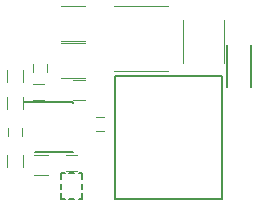
<source format=gbr>
G04 #@! TF.FileFunction,Legend,Top*
%FSLAX46Y46*%
G04 Gerber Fmt 4.6, Leading zero omitted, Abs format (unit mm)*
G04 Created by KiCad (PCBNEW 4.0.7) date 02/24/18 17:15:32*
%MOMM*%
%LPD*%
G01*
G04 APERTURE LIST*
%ADD10C,0.100000*%
%ADD11C,0.150000*%
%ADD12C,0.120000*%
G04 APERTURE END LIST*
D10*
D11*
X145000000Y-83600000D02*
X145000000Y-87200000D01*
X147000000Y-83600000D02*
X147000000Y-87200000D01*
X144500000Y-96700000D02*
X135500000Y-96700000D01*
X135500000Y-96700000D02*
X135500000Y-86300000D01*
X135500000Y-86300000D02*
X144500000Y-86300000D01*
X144500000Y-86300000D02*
X144500000Y-96700000D01*
D12*
X132300000Y-94280000D02*
X131300000Y-94280000D01*
X131300000Y-92920000D02*
X132300000Y-92920000D01*
D11*
X131925000Y-88475000D02*
X131925000Y-88540000D01*
X131925000Y-92725000D02*
X131925000Y-92660000D01*
X128675000Y-92725000D02*
X128675000Y-92660000D01*
X128675000Y-88475000D02*
X131925000Y-88475000D01*
X128675000Y-92725000D02*
X131925000Y-92725000D01*
X128675000Y-88475000D02*
X127750000Y-88475000D01*
D12*
X126320000Y-86750000D02*
X126320000Y-85750000D01*
X127680000Y-85750000D02*
X127680000Y-86750000D01*
X129800000Y-94680000D02*
X128600000Y-94680000D01*
X128600000Y-92920000D02*
X129800000Y-92920000D01*
X126320000Y-89050000D02*
X126320000Y-88050000D01*
X127680000Y-88050000D02*
X127680000Y-89050000D01*
X129500000Y-88280000D02*
X128500000Y-88280000D01*
X128500000Y-86920000D02*
X129500000Y-86920000D01*
X127680000Y-92950000D02*
X127680000Y-93950000D01*
X126320000Y-93950000D02*
X126320000Y-92950000D01*
X129700000Y-85250000D02*
X129700000Y-85950000D01*
X128500000Y-85950000D02*
X128500000Y-85250000D01*
X132900000Y-86600000D02*
X131900000Y-86600000D01*
X131900000Y-88300000D02*
X132900000Y-88300000D01*
X126400000Y-91350000D02*
X126400000Y-90650000D01*
X127600000Y-90650000D02*
X127600000Y-91350000D01*
D11*
X131200000Y-96700000D02*
X130900000Y-96700000D01*
X130900000Y-96700000D02*
X130900000Y-96200000D01*
X132000000Y-96700000D02*
X131600000Y-96700000D01*
X132700000Y-96700000D02*
X132400000Y-96700000D01*
X130900000Y-95400000D02*
X130900000Y-95800000D01*
X131200000Y-94500000D02*
X130900000Y-94500000D01*
X130900000Y-94500000D02*
X130900000Y-95000000D01*
X132000000Y-94500000D02*
X131600000Y-94500000D01*
X132700000Y-96200000D02*
X132700000Y-96700000D01*
X132700000Y-95400000D02*
X132700000Y-95800000D01*
X132700000Y-94500000D02*
X132400000Y-94500000D01*
X132700000Y-94500000D02*
X132700000Y-95000000D01*
D12*
X132900000Y-83470000D02*
X130900000Y-83470000D01*
X130900000Y-86430000D02*
X132900000Y-86430000D01*
X140000000Y-80370000D02*
X135400000Y-80370000D01*
X135400000Y-85830000D02*
X140000000Y-85830000D01*
X141270000Y-81550000D02*
X141270000Y-85150000D01*
X144730000Y-85150000D02*
X144730000Y-81550000D01*
X134550000Y-90950000D02*
X133850000Y-90950000D01*
X133850000Y-89750000D02*
X134550000Y-89750000D01*
X130900000Y-83280000D02*
X132900000Y-83280000D01*
X132900000Y-80320000D02*
X130900000Y-80320000D01*
M02*

</source>
